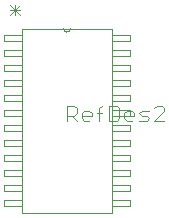
<source format=gm1>
%FSTAX24Y24*%
%MOIN*%
G70*
G01*
G75*
G04 Layer_Color=16711935*
%ADD10R,0.0550X0.0500*%
%ADD11R,0.1030X0.0240*%
%ADD12C,0.0150*%
%ADD13C,0.0500*%
%ADD14C,0.0400*%
%ADD15C,0.0300*%
%ADD16C,0.0071*%
%ADD17O,0.0850X0.0600*%
%ADD18R,0.0850X0.0600*%
%ADD19R,0.1360X0.1360*%
%ADD20C,0.1360*%
%ADD21C,0.0060*%
%ADD22C,0.0040*%
%ADD23C,0.0050*%
%ADD24C,0.0070*%
%ADD25C,0.0100*%
%ADD26C,0.0030*%
%ADD27R,0.0630X0.0580*%
%ADD28R,0.1110X0.0320*%
%ADD29O,0.0930X0.0680*%
%ADD30R,0.0930X0.0680*%
%ADD31R,0.1440X0.1440*%
%ADD32C,0.1440*%
%ADD33C,0.0000*%
D26*
X03175Y03045D02*
Y03095D01*
X032D01*
X032083Y030867D01*
Y0307D01*
X032Y030617D01*
X03175D01*
X031917D02*
X032083Y03045D01*
X0325D02*
X032333D01*
X03225Y030533D01*
Y0307D01*
X032333Y030783D01*
X0325D01*
X032583Y0307D01*
Y030617D01*
X03225D01*
X032833Y03045D02*
Y030867D01*
Y0307D01*
X03275D01*
X032916D01*
X032833D01*
Y030867D01*
X032916Y03095D01*
X033166D02*
Y03045D01*
X033416D01*
X033499Y030533D01*
Y030867D01*
X033416Y03095D01*
X033166D01*
X033916Y03045D02*
X033749D01*
X033666Y030533D01*
Y0307D01*
X033749Y030783D01*
X033916D01*
X033999Y0307D01*
Y030617D01*
X033666D01*
X034166Y03045D02*
X034416D01*
X034499Y030533D01*
X034416Y030617D01*
X034249D01*
X034166Y0307D01*
X034249Y030783D01*
X034499D01*
X034999Y03045D02*
X034666D01*
X034999Y030783D01*
Y030867D01*
X034916Y03095D01*
X034749D01*
X034666Y030867D01*
X02985Y034307D02*
X030183Y033973D01*
X02985D02*
X030183Y034307D01*
X02985Y03414D02*
X030183D01*
X030017Y033973D02*
Y034307D01*
D33*
X03163Y03352D02*
G03*
X03187Y03352I00012J0D01*
G01*
X030255Y02738D02*
Y03352D01*
X033245D01*
Y02738D02*
Y03352D01*
X030255Y02738D02*
X033245D01*
Y0333D02*
X033845D01*
Y0331D02*
Y0333D01*
X033245Y0331D02*
X033845D01*
X033245D02*
Y0333D01*
Y0328D02*
X033845D01*
Y0326D02*
Y0328D01*
X033245Y0326D02*
X033845D01*
X033245D02*
Y0328D01*
Y0323D02*
X033845D01*
Y0321D02*
Y0323D01*
X033245Y0321D02*
X033845D01*
X033245D02*
Y0323D01*
Y0318D02*
X033845D01*
Y0316D02*
Y0318D01*
X033245Y0316D02*
X033845D01*
X033245D02*
Y0318D01*
Y0313D02*
X033845D01*
Y0311D02*
Y0313D01*
X033245Y0311D02*
X033845D01*
X033245D02*
Y0313D01*
Y0308D02*
X033845D01*
Y0306D02*
Y0308D01*
X033245Y0306D02*
X033845D01*
X033245D02*
Y0308D01*
Y0303D02*
X033845D01*
Y0301D02*
Y0303D01*
X033245Y0301D02*
X033845D01*
X033245D02*
Y0303D01*
Y0298D02*
X033845D01*
Y0296D02*
Y0298D01*
X033245Y0296D02*
X033845D01*
X033245D02*
Y0298D01*
Y0293D02*
X033845D01*
Y0291D02*
Y0293D01*
X033245Y0291D02*
X033845D01*
X033245D02*
Y0293D01*
Y0288D02*
X033845D01*
Y0286D02*
Y0288D01*
X033245Y0286D02*
X033845D01*
X033245D02*
Y0288D01*
Y0283D02*
X033845D01*
Y0281D02*
Y0283D01*
X033245Y0281D02*
X033845D01*
X033245D02*
Y0283D01*
Y0278D02*
X033845D01*
Y0276D02*
Y0278D01*
X033245Y0276D02*
X033845D01*
X033245D02*
Y0278D01*
X029655Y0276D02*
X030255D01*
X029655D02*
Y0278D01*
X030255D01*
Y0276D02*
Y0278D01*
X029655Y0281D02*
X030255D01*
X029655D02*
Y0283D01*
X030255D01*
Y0281D02*
Y0283D01*
X029655Y0286D02*
X030255D01*
X029655D02*
Y0288D01*
X030255D01*
Y0286D02*
Y0288D01*
X029655Y0291D02*
X030255D01*
X029655D02*
Y0293D01*
X030255D01*
Y0291D02*
Y0293D01*
X029655Y0296D02*
X030255D01*
X029655D02*
Y0298D01*
X030255D01*
Y0296D02*
Y0298D01*
X029655Y0301D02*
X030255D01*
X029655D02*
Y0303D01*
X030255D01*
Y0301D02*
Y0303D01*
X029655Y0306D02*
X030255D01*
X029655D02*
Y0308D01*
X030255D01*
Y0306D02*
Y0308D01*
X029655Y0311D02*
X030255D01*
X029655D02*
Y0313D01*
X030255D01*
Y0311D02*
Y0313D01*
X029655Y0316D02*
X030255D01*
X029655D02*
Y0318D01*
X030255D01*
Y0316D02*
Y0318D01*
X029655Y0321D02*
X030255D01*
X029655D02*
Y0323D01*
X030255D01*
Y0321D02*
Y0323D01*
X029655Y0326D02*
X030255D01*
X029655D02*
Y0328D01*
X030255D01*
Y0326D02*
Y0328D01*
X029655Y0331D02*
X030255D01*
X029655D02*
Y0333D01*
X030255D01*
Y0331D02*
Y0333D01*
M02*

</source>
